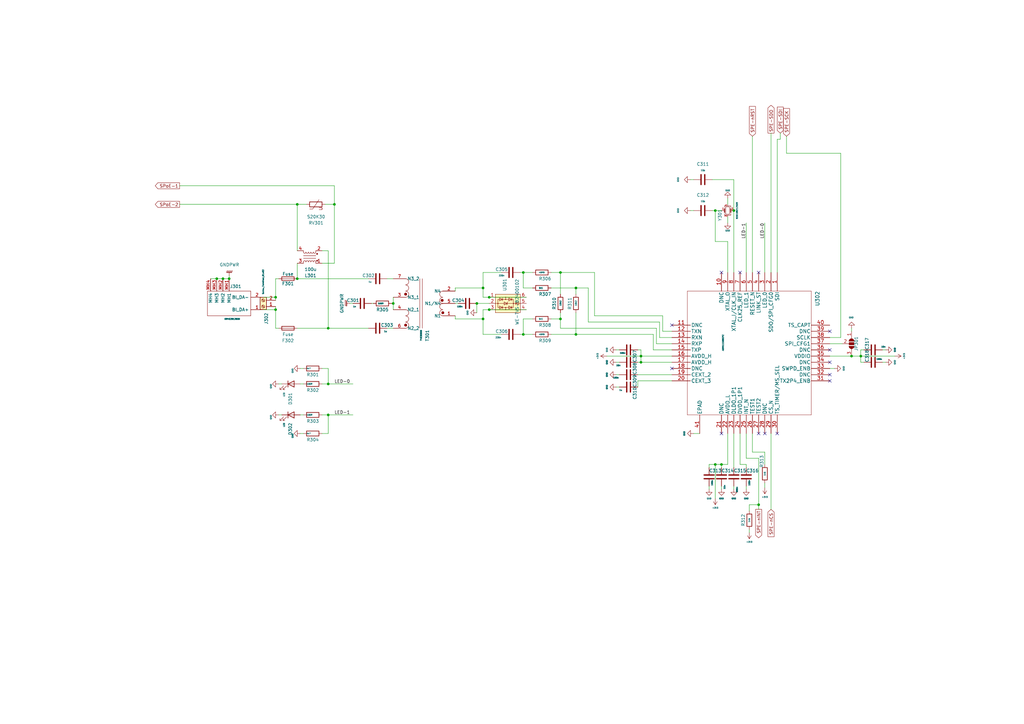
<source format=kicad_sch>
(kicad_sch (version 20230121) (generator eeschema)
  (paper "A3")
  (lib_symbols
    (symbol "Connector:Screw_Terminal_01x02" (pin_names (offset 1.016) hide)
      (property "Reference" "J" (at 0 2.54 0))
      (property "Value" "Screw_Terminal_01x02" (at 0 -5.08 0))
      (symbol "Screw_Terminal_01x02_1_1"
        (pin passive line (at -5.08 0 0) (length 3.81) (name "Pin_1") (number "1"))
        (pin passive line (at -5.08 -2.54 0) (length 3.81) (name "Pin_2") (number "2"))
      )
    )
    (symbol "Device:C" (pin_numbers hide) (pin_names (offset 0.254))
      (property "Reference" "C" (at 0.635 2.54 0))
      (property "Value" "C" (at 0.635 -2.54 0))
      (symbol "C_1_1"
        (pin passive line (at 0 3.81 270) (length 2.794) (name "~") (number "1"))
        (pin passive line (at 0 -3.81 90) (length 2.794) (name "~") (number "2"))
      )
    )
    (symbol "Device:Crystal_GND24_Small" (pin_names (offset 1.016) hide)
      (property "Reference" "Y" (at 1.27 4.445 0))
      (property "Value" "Crystal_GND24_Small" (at 1.27 2.54 0))
      (symbol "Crystal_GND24_Small_1_1"
        (pin passive line (at -2.54 0 0) (length 1.27) (name "1") (number "1"))
        (pin passive line (at 0 -2.54 90) (length 0.635) (name "2") (number "2"))
        (pin passive line (at 2.54 0 180) (length 1.27) (name "3") (number "3"))
        (pin passive line (at 0 2.54 270) (length 0.635) (name "4") (number "4"))
      )
    )
    (symbol "Device:Fuse" (pin_numbers hide) (pin_names (offset 0))
      (property "Reference" "F" (at 2.032 0 90))
      (property "Value" "Fuse" (at -1.905 0 90))
      (symbol "Fuse_1_1"
        (pin passive line (at 0 3.81 270) (length 1.27) (name "~") (number "1"))
        (pin passive line (at 0 -3.81 90) (length 1.27) (name "~") (number "2"))
      )
    )
    (symbol "Device:LED" (pin_numbers hide) (pin_names (offset 1.016) hide)
      (property "Reference" "D" (at 0 2.54 0))
      (property "Value" "LED" (at 0 -2.54 0))
      (symbol "LED_1_1"
        (pin passive line (at -3.81 0 0) (length 2.54) (name "K") (number "1"))
        (pin passive line (at 3.81 0 180) (length 2.54) (name "A") (number "2"))
      )
    )
    (symbol "Device:L_Iron_Coupled_1324" (pin_names (offset 0.254) hide)
      (property "Reference" "L" (at 0 4.445 0))
      (property "Value" "L_Iron_Coupled_1324" (at 0 -4.445 0))
      (symbol "L_Iron_Coupled_1324_1_1"
        (pin passive line (at -5.08 2.54 0) (length 2.54) (name "1") (number "1"))
        (pin passive line (at -5.08 -2.54 0) (length 2.54) (name "2") (number "2"))
        (pin passive line (at 5.08 2.54 180) (length 2.54) (name "3") (number "3"))
        (pin passive line (at 5.08 -2.54 180) (length 2.54) (name "4") (number "4"))
      )
    )
    (symbol "Device:R" (pin_numbers hide) (pin_names (offset 0))
      (property "Reference" "R" (at 2.032 0 90))
      (property "Value" "R" (at 0 0 90))
      (symbol "R_1_1"
        (pin passive line (at 0 3.81 270) (length 1.27) (name "~") (number "1"))
        (pin passive line (at 0 -3.81 90) (length 1.27) (name "~") (number "2"))
      )
    )
    (symbol "Device:Varistor" (pin_numbers hide) (pin_names (offset 0))
      (property "Reference" "RV" (at 3.175 0 90))
      (property "Value" "Varistor" (at -3.175 0 90))
      (symbol "Varistor_0_0"
        (text "U" (at -1.778 -2.032 0) (effects (font (size 1.27 1.27))))
      )
      (symbol "Varistor_1_1"
        (pin passive line (at 0 3.81 270) (length 1.27) (name "~") (number "1"))
        (pin passive line (at 0 -3.81 90) (length 1.27) (name "~") (number "2"))
      )
    )
    (symbol "Jumper:SolderJumper_3_Open" (pin_names (offset 0) hide)
      (property "Reference" "JP" (at -2.54 -2.54 0))
      (property "Value" "SolderJumper_3_Open" (at 0 2.794 0))
      (symbol "SolderJumper_3_Open_1_1"
        (pin passive line (at -5.08 0 0) (length 2.54) (name "A") (number "1"))
        (pin passive line (at 0 -3.81 90) (length 2.54) (name "C") (number "2"))
        (pin passive line (at 5.08 0 180) (length 2.54) (name "B") (number "3"))
      )
    )
    (symbol "Power_Protection:WE-TVS-82400102"
      (property "Reference" "U" (at 0 7.62 0))
      (property "Value" "WE-TVS-82400102" (at 0 5.08 0))
      (symbol "WE-TVS-82400102_1_1"
        (pin passive line (at -7.62 2.54 0) (length 2.54) (name "~") (number "1"))
        (pin passive line (at -7.62 0 0) (length 2.54) (name "~") (number "2"))
        (pin passive line (at -7.62 -2.54 0) (length 2.54) (name "~") (number "3"))
        (pin passive line (at 7.62 -2.54 180) (length 2.54) (name "~") (number "4"))
        (pin passive line (at 7.62 0 180) (length 2.54) (name "~") (number "5"))
        (pin passive line (at 7.62 2.54 180) (length 2.54) (name "~") (number "6"))
      )
    )
    (symbol "Project_Specific_AnalogDevices:ADIN1110BCPZ" (pin_names (offset 0.254))
      (property "Reference" "U" (at -24.13 26.67 0))
      (property "Value" "ADIN1110BCPZ" (at -1.27 3.81 0))
      (symbol "ADIN1110BCPZ_1_1"
        (pin unspecified line (at -33.02 11.43 0) (length 7.62) (name "SDI") (number "1"))
        (pin unspecified line (at -33.02 -11.43 0) (length 7.62) (name "DNC") (number "10"))
        (pin unspecified line (at -11.43 -31.75 90) (length 7.62) (name "DNC") (number "11"))
        (pin unspecified line (at -8.89 -31.75 90) (length 7.62) (name "TXN") (number "12"))
        (pin unspecified line (at -6.35 -31.75 90) (length 7.62) (name "RXN") (number "13"))
        (pin unspecified line (at -3.81 -31.75 90) (length 7.62) (name "RXP") (number "14"))
        (pin unspecified line (at -1.27 -31.75 90) (length 7.62) (name "TXP") (number "15"))
        (pin unspecified line (at 1.27 -31.75 90) (length 7.62) (name "AVDD_H") (number "16"))
        (pin unspecified line (at 3.81 -31.75 90) (length 7.62) (name "AVDD_H") (number "17"))
        (pin unspecified line (at 6.35 -31.75 90) (length 7.62) (name "DNC") (number "18"))
        (pin unspecified line (at 8.89 -31.75 90) (length 7.62) (name "CEXT_2") (number "19"))
        (pin unspecified line (at -33.02 8.89 0) (length 7.62) (name "SDO/SPI_CFG0") (number "2"))
        (pin unspecified line (at 11.43 -31.75 90) (length 7.62) (name "CEXT_3") (number "20"))
        (pin unspecified line (at 33.02 -11.43 180) (length 7.62) (name "DNC") (number "21"))
        (pin unspecified line (at 33.02 -8.89 180) (length 7.62) (name "AVDD_L") (number "22"))
        (pin unspecified line (at 33.02 -6.35 180) (length 7.62) (name "DLDO_1P1") (number "23"))
        (pin unspecified line (at 33.02 -3.81 180) (length 7.62) (name "DVDD_1P1") (number "24"))
        (pin unspecified line (at 33.02 -1.27 180) (length 7.62) (name "INT_N") (number "25"))
        (pin unspecified line (at 33.02 1.27 180) (length 7.62) (name "TEST1") (number "26"))
        (pin unspecified line (at 33.02 3.81 180) (length 7.62) (name "TEST2") (number "27"))
        (pin unspecified line (at 33.02 6.35 180) (length 7.62) (name "DNC") (number "28"))
        (pin unspecified line (at 33.02 8.89 180) (length 7.62) (name "CS_N") (number "29"))
        (pin unspecified line (at -33.02 6.35 0) (length 7.62) (name "LED_0") (number "3"))
        (pin unspecified line (at 33.02 11.43 180) (length 7.62) (name "TS_TIMER/MS_SEL") (number "30"))
        (pin unspecified line (at 11.43 33.02 270) (length 7.62) (name "TX2P4_ENB") (number "31"))
        (pin unspecified line (at 8.89 33.02 270) (length 7.62) (name "DNC") (number "32"))
        (pin unspecified line (at 6.35 33.02 270) (length 7.62) (name "SWPD_ENB") (number "33"))
        (pin unspecified line (at 3.81 33.02 270) (length 7.62) (name "DNC") (number "34"))
        (pin unspecified line (at 1.27 33.02 270) (length 7.62) (name "VDDIO") (number "35"))
        (pin unspecified line (at -1.27 33.02 270) (length 7.62) (name "DNC") (number "36"))
        (pin unspecified line (at -3.81 33.02 270) (length 7.62) (name "SPI_CFG1") (number "37"))
        (pin unspecified line (at -6.35 33.02 270) (length 7.62) (name "SCLK") (number "38"))
        (pin unspecified line (at -8.89 33.02 270) (length 7.62) (name "DNC") (number "39"))
        (pin unspecified line (at -33.02 3.81 0) (length 7.62) (name "LINK_ST") (number "4"))
        (pin unspecified line (at -11.43 33.02 270) (length 7.62) (name "TS_CAPT") (number "40"))
        (pin unspecified line (at 33.02 -20.32 180) (length 7.62) (name "EPAD") (number "41"))
        (pin unspecified line (at -33.02 1.27 0) (length 7.62) (name "RESET_N") (number "5"))
        (pin unspecified line (at -33.02 -1.27 0) (length 7.62) (name "LED_1") (number "6"))
        (pin unspecified line (at -33.02 -3.81 0) (length 7.62) (name "CLK25_REF") (number "7"))
        (pin unspecified line (at -33.02 -6.35 0) (length 7.62) (name "XTAL_I/CLK_IN") (number "8"))
        (pin unspecified line (at -33.02 -8.89 0) (length 7.62) (name "XTAL_O") (number "9"))
      )
    )
    (symbol "Project_Specific_Harting:09452812800" (pin_names (offset 0.762))
      (property "Reference" "J" (at -10.16 6.35 0))
      (property "Value" "09452812800" (at -6.35 1.27 0))
      (symbol "09452812800_0_0"
        (pin passive line (at -15.24 2.54 0) (length 5.08) (name "BI_DA+") (number "1"))
        (pin passive line (at -15.24 -2.54 0) (length 5.08) (name "BI_DA-") (number "2"))
        (pin passive line (at -1.27 -10.16 90) (length 5.08) (name "MH1") (number "MH1"))
        (pin passive line (at 1.27 -10.16 90) (length 5.08) (name "MH2") (number "MH2"))
        (pin passive line (at 3.81 -10.16 90) (length 5.08) (name "MH3") (number "MH3"))
        (pin passive line (at 6.35 -10.16 90) (length 5.08) (name "MH4") (number "MH4"))
      )
    )
    (symbol "Project_Specific_Wuerth:74930000" (pin_names (offset 0.762))
      (property "Reference" "T" (at -15.24 7.62 0))
      (property "Value" "74930000" (at -11.43 -7.62 0))
      (symbol "74930000_0_0"
        (pin passive line (at -13.97 5.08 0) (length 5.08) (name "N1") (number "1"))
        (pin passive line (at -13.97 -5.08 0) (length 5.08) (name "N4") (number "2"))
        (pin passive line (at 11.43 -2.54 180) (length 5.08) (name "N3_1") (number "3"))
        (pin passive line (at 11.43 2.54 180) (length 5.08) (name "N2_1") (number "4"))
        (pin passive line (at -13.97 0 0) (length 5.08) (name "N1/N4") (number "5"))
        (pin passive line (at 11.43 10.16 180) (length 5.08) (name "N2_2") (number "6"))
        (pin passive line (at 11.43 -10.16 180) (length 5.08) (name "N3_2") (number "7"))
      )
    )
    (symbol "power:+3V3" (power) (pin_names (offset 0))
      (property "Value" "+3V3" (at 0 3.556 0))
      (symbol "+3V3_1_1"
        (pin power_in line (at 0 0 90) (length 0) hide (name "+3V3") (number "1"))
      )
    )
    (symbol "power:GND" (power) (pin_names (offset 0))
      (property "Value" "GND" (at 0 -3.81 0))
      (symbol "GND_1_1"
        (pin power_in line (at 0 0 270) (length 0) hide (name "GND") (number "1"))
      )
    )
    (symbol "power:GNDPWR" (power) (pin_names (offset 0))
      (property "Value" "GNDPWR" (at 0 -3.302 0))
      (symbol "GNDPWR_1_1"
        (pin power_in line (at 0 0 270) (length 0) hide (name "GNDPWR") (number "1"))
      )
    )
  )
  (junction (at 198.12 118.11))
  (junction (at 121.92 83.82))
  (junction (at 214.63 137.16))
  (junction (at 349.25 146.05))
  (junction (at 214.63 111.76))
  (junction (at 113.03 127))
  (junction (at 113.03 121.92))
  (junction (at 200.66 127))
  (junction (at 295.91 190.5))
  (junction (at 91.44 114.3))
  (junction (at 137.16 83.82))
  (junction (at 93.98 114.3))
  (junction (at 161.29 124.46))
  (junction (at 88.9 114.3))
  (junction (at 293.37 190.5))
  (junction (at 353.06 146.05))
  (junction (at 195.58 124.46))
  (junction (at 134.62 134.62))
  (junction (at 236.22 118.11))
  (junction (at 293.37 86.36))
  (junction (at 262.89 146.05))
  (junction (at 134.62 157.48))
  (junction (at 121.92 114.3))
  (junction (at 198.12 130.81))
  (junction (at 262.89 148.59))
  (junction (at 300.99 86.36))
  (junction (at 229.87 111.76))
  (junction (at 134.62 170.18))
  (junction (at 200.66 121.92))
  (junction (at 236.22 137.16))
  (junction (at 311.15 207.01))
  (junction (at 229.87 130.81))
  (no_connect (at 303.53 111.76))
  (no_connect (at 275.59 133.35))
  (no_connect (at 313.69 177.8))
  (no_connect (at 340.36 148.59))
  (no_connect (at 318.77 177.8))
  (no_connect (at 340.36 143.51))
  (no_connect (at 311.15 177.8))
  (no_connect (at 340.36 135.89))
  (no_connect (at 275.59 151.13))
  (no_connect (at 340.36 156.21))
  (no_connect (at 311.15 111.76))
  (no_connect (at 295.91 177.8))
  (no_connect (at 340.36 153.67))
  (no_connect (at 295.91 111.76))
  (wire (pts (xy 114.3 134.62) (xy 113.03 134.62)))
  (wire (pts (xy 344.805 62.865) (xy 322.58 62.865)))
  (wire (pts (xy 236.22 137.16) (xy 226.06 137.16)))
  (wire (pts (xy 283.21 73.66) (xy 284.48 73.66)))
  (wire (pts (xy 200.66 127) (xy 215.9 127)))
  (wire (pts (xy 144.78 124.46) (xy 143.51 124.46)))
  (wire (pts (xy 311.15 207.01) (xy 311.15 208.915)))
  (wire (pts (xy 115.57 170.18) (xy 114.3 170.18)))
  (wire (pts (xy 236.22 128.27) (xy 236.22 137.16)))
  (wire (pts (xy 311.15 207.01) (xy 307.34 207.01)))
  (wire (pts (xy 134.62 151.13) (xy 134.62 157.48)))
  (wire (pts (xy 320.04 54.61) (xy 320.04 57.15)))
  (wire (pts (xy 214.63 130.81) (xy 214.63 137.16)))
  (wire (pts (xy 313.69 185.42) (xy 313.69 190.5)))
  (wire (pts (xy 287.02 177.8) (xy 284.48 177.8)))
  (wire (pts (xy 290.83 190.5) (xy 290.83 191.77)))
  (wire (pts (xy 298.45 190.5) (xy 295.91 190.5)))
  (wire (pts (xy 293.37 190.5) (xy 293.37 204.47)))
  (wire (pts (xy 349.25 146.05) (xy 340.36 146.05)))
  (wire (pts (xy 214.63 111.76) (xy 214.63 118.11)))
  (wire (pts (xy 113.03 127) (xy 107.95 127)))
  (wire (pts (xy 267.97 137.16) (xy 236.22 137.16)))
  (wire (pts (xy 195.58 124.46) (xy 200.66 124.46)))
  (wire (pts (xy 298.45 111.76) (xy 298.45 99.06)))
  (wire (pts (xy 218.44 130.81) (xy 214.63 130.81)))
  (wire (pts (xy 243.84 111.76) (xy 243.84 129.54)))
  (wire (pts (xy 308.61 55.88) (xy 308.61 111.76)))
  (wire (pts (xy 300.99 73.66) (xy 292.1 73.66)))
  (wire (pts (xy 186.69 129.54) (xy 186.69 130.81)))
  (wire (pts (xy 313.69 198.12) (xy 313.69 200.025)))
  (wire (pts (xy 198.12 130.81) (xy 198.12 127)))
  (wire (pts (xy 187.96 124.46) (xy 186.69 124.46)))
  (wire (pts (xy 303.53 177.8) (xy 303.53 190.5)))
  (wire (pts (xy 293.37 190.5) (xy 290.83 190.5)))
  (wire (pts (xy 353.06 146.05) (xy 353.06 143.51)))
  (wire (pts (xy 200.66 121.92) (xy 215.9 121.92)))
  (wire (pts (xy 306.07 91.44) (xy 306.07 111.76)))
  (wire (pts (xy 340.36 138.43) (xy 344.805 138.43)))
  (wire (pts (xy 161.29 124.46) (xy 160.655 124.46)))
  (wire (pts (xy 275.59 148.59) (xy 262.89 148.59)))
  (wire (pts (xy 293.37 190.5) (xy 295.91 190.5)))
  (wire (pts (xy 353.06 146.05) (xy 349.25 146.05)))
  (wire (pts (xy 284.48 86.36) (xy 283.21 86.36)))
  (wire (pts (xy 137.16 83.82) (xy 133.35 83.82)))
  (wire (pts (xy 275.59 143.51) (xy 267.97 143.51)))
  (wire (pts (xy 214.63 137.16) (xy 218.44 137.16)))
  (wire (pts (xy 236.22 118.11) (xy 236.22 120.65)))
  (wire (pts (xy 293.37 86.36) (xy 293.37 99.06)))
  (wire (pts (xy 311.15 187.96) (xy 311.15 207.01)))
  (wire (pts (xy 229.87 111.76) (xy 226.06 111.76)))
  (wire (pts (xy 243.84 111.76) (xy 229.87 111.76)))
  (wire (pts (xy 229.87 128.27) (xy 229.87 130.81)))
  (wire (pts (xy 241.3 118.11) (xy 241.3 132.08)))
  (wire (pts (xy 262.89 146.05) (xy 262.89 143.51)))
  (wire (pts (xy 270.51 138.43) (xy 270.51 132.08)))
  (wire (pts (xy 345.44 140.97) (xy 340.36 140.97)))
  (wire (pts (xy 115.57 157.48) (xy 114.3 157.48)))
  (wire (pts (xy 114.3 114.3) (xy 113.03 114.3)))
  (wire (pts (xy 113.03 123.19) (xy 113.03 121.92)))
  (wire (pts (xy 134.62 134.62) (xy 134.62 102.87)))
  (wire (pts (xy 134.62 157.48) (xy 132.08 157.48)))
  (wire (pts (xy 262.89 148.59) (xy 261.62 148.59)))
  (wire (pts (xy 124.46 157.48) (xy 123.19 157.48)))
  (wire (pts (xy 295.91 199.39) (xy 295.91 200.66)))
  (wire (pts (xy 229.87 111.76) (xy 229.87 120.65)))
  (wire (pts (xy 307.34 217.17) (xy 307.34 218.44)))
  (wire (pts (xy 144.78 157.48) (xy 134.62 157.48)))
  (wire (pts (xy 198.12 130.81) (xy 186.69 130.81)))
  (wire (pts (xy 214.63 137.16) (xy 213.36 137.16)))
  (wire (pts (xy 198.12 118.11) (xy 186.69 118.11)))
  (wire (pts (xy 88.9 114.3) (xy 86.36 114.3)))
  (wire (pts (xy 134.62 102.87) (xy 132.08 102.87)))
  (wire (pts (xy 134.62 177.8) (xy 134.62 170.18)))
  (wire (pts (xy 275.59 138.43) (xy 270.51 138.43)))
  (wire (pts (xy 161.29 121.92) (xy 161.29 124.46)))
  (wire (pts (xy 353.06 148.59) (xy 354.33 148.59)))
  (wire (pts (xy 195.58 124.46) (xy 195.58 128.27)))
  (wire (pts (xy 306.07 199.39) (xy 306.07 200.66)))
  (wire (pts (xy 121.92 102.87) (xy 121.92 83.82)))
  (wire (pts (xy 198.12 111.76) (xy 205.74 111.76)))
  (wire (pts (xy 275.59 156.21) (xy 261.62 156.21)))
  (wire (pts (xy 198.12 130.81) (xy 198.12 137.16)))
  (wire (pts (xy 262.89 146.05) (xy 262.89 148.59)))
  (wire (pts (xy 243.84 129.54) (xy 271.78 129.54)))
  (wire (pts (xy 353.06 143.51) (xy 354.33 143.51)))
  (wire (pts (xy 214.63 111.76) (xy 213.36 111.76)))
  (wire (pts (xy 132.08 151.13) (xy 134.62 151.13)))
  (wire (pts (xy 229.87 130.81) (xy 229.87 134.62)))
  (wire (pts (xy 353.06 146.05) (xy 367.03 146.05)))
  (wire (pts (xy 267.97 143.51) (xy 267.97 137.16)))
  (wire (pts (xy 137.16 76.2) (xy 73.66 76.2)))
  (wire (pts (xy 298.45 88.9) (xy 298.45 91.44)))
  (wire (pts (xy 269.24 134.62) (xy 269.24 140.97)))
  (wire (pts (xy 322.58 55.88) (xy 322.58 62.865)))
  (wire (pts (xy 254 148.59) (xy 252.73 148.59)))
  (wire (pts (xy 307.34 209.55) (xy 307.34 207.01)))
  (wire (pts (xy 161.29 134.62) (xy 158.75 134.62)))
  (wire (pts (xy 93.98 114.3) (xy 91.44 114.3)))
  (wire (pts (xy 121.92 83.82) (xy 73.66 83.82)))
  (wire (pts (xy 313.69 91.44) (xy 313.69 111.76)))
  (wire (pts (xy 125.73 83.82) (xy 121.92 83.82)))
  (wire (pts (xy 349.25 134.62) (xy 349.25 135.89)))
  (wire (pts (xy 161.29 114.3) (xy 158.75 114.3)))
  (wire (pts (xy 298.45 99.06) (xy 293.37 99.06)))
  (wire (pts (xy 275.59 153.67) (xy 261.62 153.67)))
  (wire (pts (xy 151.13 134.62) (xy 134.62 134.62)))
  (wire (pts (xy 306.07 177.8) (xy 306.07 187.96)))
  (wire (pts (xy 262.89 146.05) (xy 248.92 146.05)))
  (wire (pts (xy 161.29 124.46) (xy 161.29 127)))
  (wire (pts (xy 218.44 111.76) (xy 214.63 111.76)))
  (wire (pts (xy 300.99 86.36) (xy 300.99 111.76)))
  (wire (pts (xy 113.03 121.92) (xy 107.95 121.92)))
  (wire (pts (xy 113.03 127) (xy 113.03 134.62)))
  (wire (pts (xy 113.03 125.73) (xy 113.03 127)))
  (wire (pts (xy 124.46 151.13) (xy 123.19 151.13)))
  (wire (pts (xy 229.87 130.81) (xy 226.06 130.81)))
  (wire (pts (xy 308.61 177.8) (xy 308.61 185.42)))
  (wire (pts (xy 298.45 177.8) (xy 298.45 190.5)))
  (wire (pts (xy 318.77 57.15) (xy 318.77 111.76)))
  (wire (pts (xy 254 153.67) (xy 252.73 153.67)))
  (wire (pts (xy 275.59 140.97) (xy 269.24 140.97)))
  (wire (pts (xy 198.12 118.11) (xy 198.12 111.76)))
  (wire (pts (xy 124.46 177.8) (xy 123.19 177.8)))
  (wire (pts (xy 271.78 129.54) (xy 271.78 135.89)))
  (wire (pts (xy 300.99 73.66) (xy 300.99 86.36)))
  (wire (pts (xy 153.035 124.46) (xy 152.4 124.46)))
  (wire (pts (xy 151.13 114.3) (xy 121.92 114.3)))
  (wire (pts (xy 91.44 114.3) (xy 88.9 114.3)))
  (wire (pts (xy 137.16 107.95) (xy 137.16 83.82)))
  (wire (pts (xy 229.87 134.62) (xy 269.24 134.62)))
  (wire (pts (xy 318.77 57.15) (xy 320.04 57.15)))
  (wire (pts (xy 300.99 177.8) (xy 300.99 191.77)))
  (wire (pts (xy 275.59 146.05) (xy 262.89 146.05)))
  (wire (pts (xy 132.08 177.8) (xy 134.62 177.8)))
  (wire (pts (xy 261.62 156.21) (xy 261.62 158.75)))
  (wire (pts (xy 93.98 113.03) (xy 93.98 114.3)))
  (wire (pts (xy 270.51 132.08) (xy 241.3 132.08)))
  (wire (pts (xy 306.07 190.5) (xy 306.07 191.77)))
  (wire (pts (xy 316.23 177.8) (xy 316.23 208.915)))
  (wire (pts (xy 295.91 86.36) (xy 293.37 86.36)))
  (wire (pts (xy 292.1 86.36) (xy 293.37 86.36)))
  (wire (pts (xy 134.62 170.18) (xy 132.08 170.18)))
  (wire (pts (xy 137.16 83.82) (xy 137.16 76.2)))
  (wire (pts (xy 295.91 190.5) (xy 295.91 191.77)))
  (wire (pts (xy 254 143.51) (xy 252.73 143.51)))
  (wire (pts (xy 344.805 138.43) (xy 344.805 62.865)))
  (wire (pts (xy 361.95 143.51) (xy 363.22 143.51)))
  (wire (pts (xy 306.07 187.96) (xy 311.15 187.96)))
  (wire (pts (xy 113.03 121.92) (xy 113.03 114.3)))
  (wire (pts (xy 342.265 151.13) (xy 340.36 151.13)))
  (wire (pts (xy 186.69 119.38) (xy 186.69 118.11)))
  (wire (pts (xy 198.12 137.16) (xy 205.74 137.16)))
  (wire (pts (xy 218.44 118.11) (xy 214.63 118.11)))
  (wire (pts (xy 226.06 118.11) (xy 236.22 118.11)))
  (wire (pts (xy 124.46 170.18) (xy 123.19 170.18)))
  (wire (pts (xy 198.12 127) (xy 200.66 127)))
  (wire (pts (xy 353.06 146.05) (xy 353.06 148.59)))
  (wire (pts (xy 132.08 107.95) (xy 137.16 107.95)))
  (wire (pts (xy 306.07 190.5) (xy 303.53 190.5)))
  (wire (pts (xy 290.83 199.39) (xy 290.83 200.66)))
  (wire (pts (xy 236.22 118.11) (xy 241.3 118.11)))
  (wire (pts (xy 313.69 185.42) (xy 308.61 185.42)))
  (wire (pts (xy 275.59 135.89) (xy 271.78 135.89)))
  (wire (pts (xy 198.12 121.92) (xy 200.66 121.92)))
  (wire (pts (xy 144.78 170.18) (xy 134.62 170.18)))
  (wire (pts (xy 316.23 111.76) (xy 316.23 54.61)))
  (wire (pts (xy 121.92 114.3) (xy 121.92 107.95)))
  (wire (pts (xy 262.89 143.51) (xy 261.62 143.51)))
  (wire (pts (xy 300.99 199.39) (xy 300.99 200.66)))
  (wire (pts (xy 361.95 148.59) (xy 363.22 148.59)))
  (wire (pts (xy 134.62 134.62) (xy 121.92 134.62)))
  (wire (pts (xy 198.12 118.11) (xy 198.12 121.92)))
  (wire (pts (xy 254 158.75) (xy 252.73 158.75)))
  (wire (pts (xy 298.45 83.82) (xy 298.45 81.28)))
  (label "LED-1" (at 306.07 91.44 270))
  (label "LED-0" (at 137.16 157.48 0))
  (label "LED-0" (at 313.69 91.44 270))
  (label "LED-1" (at 137.16 170.18 0))
  (global_label "SPoE-2" (shape output) (at 73.66 83.82 180) (property "Intersheetrefs" "${INTERSHEET_REFS}" (at 63.1948 83.82 0) (effects (justify right))))
  (global_label "SPE-SDI" (shape input) (at 320.04 54.61 90) (property "Intersheetrefs" "${INTERSHEET_REFS}" (at 320.04 43.419 90) (effects (justify left))) (property "Odnośniki między arkuszami" "${INTERSHEET_REFS}" (effects hide)))
  (global_label "SPoE-1" (shape output) (at 73.66 76.2 180) (property "Intersheetrefs" "${INTERSHEET_REFS}" (at 63.1948 76.2 0) (effects (justify right))))
  (global_label "SPE-nCS" (shape input) (at 316.23 208.915 270) (property "Intersheetrefs" "${INTERSHEET_REFS}" (at 316.23 220.6502 90) (effects (justify right))) (property "Odnośniki między arkuszami" "${INTERSHEET_REFS}" (effects hide)))
  (global_label "SPE-SCK" (shape input) (at 322.58 55.88 90) (property "Intersheetrefs" "${INTERSHEET_REFS}" (at 322.58 44.0238 90) (effects (justify left))) (property "Odnośniki między arkuszami" "${INTERSHEET_REFS}" (effects hide)))
  (global_label "SPE-nRST" (shape input) (at 308.61 55.88 90) (property "Intersheetrefs" "${INTERSHEET_REFS}" (at 308.61 43.1772 90) (effects (justify left))) (property "Odnośniki między arkuszami" "${INTERSHEET_REFS}" (effects hide)))
  (global_label "SPE-nINT" (shape output) (at 311.15 208.915 270) (property "Intersheetrefs" "${INTERSHEET_REFS}" (at 311.15 221.0736 90) (effects (justify right))) (property "Odnośniki między arkuszami" "${INTERSHEET_REFS}" (effects hide)))
  (global_label "SPE-SDO" (shape output) (at 316.23 54.61 90) (property "Intersheetrefs" "${INTERSHEET_REFS}" (at 316.23 42.6933 90) (effects (justify left))) (property "Odnośniki między arkuszami" "${INTERSHEET_REFS}" (effects hide)))
  (symbol (lib_id "Device:C") (at 209.55 137.16 90) (unit 1)
    (property "Reference" "C306" (at 203.2 135.89 90) (effects (justify right)))
    (property "Value" "220n" (at 203.2 138.43 90) (effects (font (size 0.6 0.6)) (justify right)))
    (property "Footprint" "Capacitor_SMD:C_0603_1608Metric" (effects hide))
    (instances (project "SinglePair-Eth-Gateway" (path "" (reference "C306") (unit 1))) (project "gateway-LoRa-T1L" (path "" (reference "C308") (unit 1))))
  )
  (symbol (lib_id "Device:C") (at 154.94 134.62 90) (mirror x) (unit 1)
    (property "Reference" "C303" (at 158.75 133.35 90))
    (property "Value" "1u" (at 158.115 135.89 90) (effects (font (size 0.6 0.6))))
    (property "Footprint" "Capacitor_SMD:C_0603_1608Metric" (effects hide))
    (instances (project "SinglePair-Eth-Gateway" (path "" (reference "C303") (unit 1))) (project "gateway-LoRa-T1L" (path "" (reference "C307") (unit 1))))
  )
  (symbol (lib_id "Device:R") (at 128.27 151.13 270) (unit 1)
    (property "Reference" "R301" (at 125.73 153.67 90) (effects (justify left)))
    (property "Value" "4k7" (at 125.73 151.13 90) (effects (font (size 0.6 0.6)) (justify left)))
    (property "Footprint" "Resistor_SMD:R_0603_1608Metric" (effects hide))
    (instances (project "SinglePair-Eth-Gateway" (path "" (reference "R301") (unit 1))) (project "gateway-LoRa-T1L" (path "" (reference "R308") (unit 1))))
  )
  (symbol (lib_id "power:+3V3") (at 248.92 146.05 90) (unit 1)
    (property "Reference" "#PWR0308" (effects hide))
    (property "Value" "+3V3" (at 245.11 146.05 0) (effects (font (size 0.6 0.6))))
    (instances (project "SinglePair-Eth-Gateway" (path "" (reference "#PWR0308") (unit 1))) (project "gateway-LoRa-T1L" (path "" (reference "#PWR0313") (unit 1))))
  )
  (symbol (lib_id "Device:R") (at 222.25 130.81 270) (unit 1)
    (property "Reference" "R308" (at 220.98 133.35 90) (effects (justify left)))
    (property "Value" "5k1" (at 220.98 130.81 90) (effects (font (size 0.6 0.6)) (justify left)))
    (property "Footprint" "Resistor_SMD:R_0603_1608Metric" (effects hide))
    (instances (project "SinglePair-Eth-Gateway" (path "" (reference "R308") (unit 1))) (project "gateway-LoRa-T1L" (path "" (reference "R306") (unit 1))))
  )
  (symbol (lib_id "power:+3V3") (at 313.69 200.025 180) (unit 1)
    (property "Reference" "#PWR0324" (effects hide))
    (property "Value" "+3V3" (at 313.69 203.835 0) (effects (font (size 0.6 0.6))))
  )
  (symbol (lib_id "Connector:Screw_Terminal_01x02") (at 107.95 125.73 180) (unit 1)
    (property "Reference" "J302" (at 109.2201 128.27 90) (effects (justify left)))
    (property "Value" "Screw_Terminal_01x02" (at 107.95 110.49 90) (effects (font (size 0.6 0.6)) (justify left)))
    (property "Footprint" "Project_Speific_Connectors:TerminalBlock_Altech_AK300-2_P5.00mm" (effects hide))
    (instances (project "SinglePair-Eth-Gateway" (path "" (reference "J302") (unit 1))) (project "Ethernet" (path "" (reference "J302") (unit 1))) (project "gateway-LoRa-T1L" (path "" (reference "J302") (unit 1))) (project "Hemispherical-3D-Camera" (path "" (reference "J301") (unit 1))))
  )
  (symbol (lib_id "Device:C") (at 300.99 195.58 0) (unit 1)
    (property "Reference" "C315" (at 300.99 193.04 0) (effects (justify left)))
    (property "Value" "680n" (at 302.26 201.93 90) (effects (font (size 0.6 0.6)) (justify left)))
    (property "Footprint" "Capacitor_SMD:C_0603_1608Metric" (effects hide))
    (instances (project "SinglePair-Eth-Gateway" (path "" (reference "C315") (unit 1))) (project "gateway-LoRa-T1L" (path "" (reference "C316") (unit 1))))
  )
  (symbol (lib_id "Device:R") (at 307.34 213.36 0) (unit 1)
    (property "Reference" "R312" (at 304.8 213.36 90))
    (property "Value" "1k5" (at 307.34 213.36 90) (effects (font (size 0.6 0.6))))
    (property "Footprint" "Resistor_SMD:R_0603_1608Metric" (effects hide))
    (instances (project "SinglePair-Eth-Gateway" (path "" (reference "R312") (unit 1))) (project "gateway-LoRa-T1L" (path "" (reference "R313") (unit 1))))
  )
  (symbol (lib_id "power:GND") (at 195.58 128.27 270) (unit 1)
    (property "Reference" "#PWR0307" (effects hide))
    (property "Value" "GND" (at 191.77 128.27 0) (effects (font (size 0.6 0.6))))
    (instances (project "SinglePair-Eth-Gateway" (path "" (reference "#PWR0307") (unit 1))) (project "gateway-LoRa-T1L" (path "" (reference "#PWR0308") (unit 1))))
  )
  (symbol (lib_id "power:GNDPWR") (at 143.51 124.46 270) (unit 1)
    (property "Reference" "#PWR0306" (effects hide))
    (property "Value" "GNDPWR" (at 140.208 124.46 0))
  )
  (symbol (lib_id "power:GND") (at 283.21 73.66 270) (unit 1)
    (property "Reference" "#PWR0313" (effects hide))
    (property "Value" "GND" (at 278.13 73.66 0) (effects (font (size 0.6 0.6))))
    (instances (project "SinglePair-Eth-Gateway" (path "" (reference "#PWR0313") (unit 1))) (project "gateway-LoRa-T1L" (path "" (reference "#PWR0301") (unit 1))))
  )
  (symbol (lib_id "Project_Specific_Wuerth:74930000") (at 172.72 124.46 180) (unit 1)
    (property "Reference" "T301" (at 175.2601 135.255 90) (effects (justify left)))
    (property "Value" "74930000" (at 172.7201 135.255 90) (effects (font (size 0.6 0.6)) (justify left)))
    (property "Footprint" "Project_Specific_Wuerth:74930000" (effects hide))
    (property "Datasheet" "https://componentsearchengine.com/Datasheets/1/74930000.pdf" (effects hide))
    (property "Description" "WE-STST Super Tiny Signal Transformer 10/100/1000 Base-T" (effects hide))
    (property "Height" "2.9" (effects hide))
    (property "Manufacturer_Name" "Wurth Elektronik" (effects hide))
    (property "Manufacturer_Part_Number" "74930000" (effects hide))
    (property "Mouser Part Number" "710-74930000" (effects hide))
    (property "Mouser Price/Stock" "https://www.mouser.co.uk/ProductDetail/Wurth-Elektronik/74930000" (effects hide))
  )
  (symbol (lib_id "Device:LED") (at 119.38 170.18 0) (unit 1)
    (property "Reference" "D302" (at 119.0626 173.3804 90) (effects (justify right)))
    (property "Value" "LED" (at 116.5226 173.3804 90) (effects (font (size 0.6 0.6)) (justify right)))
    (property "Footprint" "LED_SMD:LED_0603_1608Metric" (effects hide))
    (instances (project "SinglePair-Eth-Gateway" (path "" (reference "D302") (unit 1))) (project "gateway-LoRa-T1L" (path "" (reference "D303") (unit 1))))
  )
  (symbol (lib_id "power:+3V3") (at 367.03 146.05 270) (unit 1)
    (property "Reference" "#PWR0329" (effects hide))
    (property "Value" "+3V3" (at 370.84 146.05 0) (effects (font (size 0.6 0.6))))
    (instances (project "SinglePair-Eth-Gateway" (path "" (reference "#PWR0329") (unit 1))) (project "gateway-LoRa-T1L" (path "" (reference "#PWR0312") (unit 1))))
  )
  (symbol (lib_id "power:GND") (at 123.19 151.13 270) (unit 1)
    (property "Reference" "#PWR0304" (effects hide))
    (property "Value" "GND" (at 120.015 153.035 0) (effects (font (size 0.6 0.6)) (justify right)))
    (instances (project "SinglePair-Eth-Gateway" (path "" (reference "#PWR0304") (unit 1))) (project "gateway-LoRa-T1L" (path "" (reference "#PWR0317") (unit 1))))
  )
  (symbol (lib_id "power:GND") (at 252.73 158.75 270) (unit 1)
    (property "Reference" "#PWR0312" (effects hide))
    (property "Value" "GND" (at 248.92 158.75 0) (effects (font (size 0.6 0.6))))
    (instances (project "SinglePair-Eth-Gateway" (path "" (reference "#PWR0312") (unit 1))) (project "gateway-LoRa-T1L" (path "" (reference "#PWR0320") (unit 1))))
  )
  (symbol (lib_id "power:GND") (at 363.22 143.51 90) (unit 1)
    (property "Reference" "#PWR0327" (effects hide))
    (property "Value" "GND" (at 367.03 143.51 0) (effects (font (size 0.6 0.6))))
    (instances (project "SinglePair-Eth-Gateway" (path "" (reference "#PWR0327") (unit 1))) (project "gateway-LoRa-T1L" (path "" (reference "#PWR0310") (unit 1))))
  )
  (symbol (lib_id "Device:R") (at 222.25 118.11 270) (unit 1)
    (property "Reference" "R307" (at 220.98 120.65 90) (effects (justify left)))
    (property "Value" "5k1" (at 220.98 118.11 90) (effects (font (size 0.6 0.6)) (justify left)))
    (property "Footprint" "Resistor_SMD:R_0603_1608Metric" (effects hide))
    (instances (project "SinglePair-Eth-Gateway" (path "" (reference "R307") (unit 1))) (project "gateway-LoRa-T1L" (path "" (reference "R302") (unit 1))))
  )
  (symbol (lib_id "Project_Specific_Harting:09452812800") (at 92.71 124.46 180) (unit 1)
    (property "Reference" "J301" (at 99.06 117.475 0) (effects (justify left)))
    (property "Value" "09452812800" (at 98.425 130.81 0) (effects (font (size 0.6 0.6)) (justify left)))
    (property "Footprint" "Project_Specific_Harting:09452812800" (effects hide))
    (property "Datasheet" "https://datasheet.datasheetarchive.com/originals/distributors/Datasheets_SAMA/ce283af299b8188d7136a185b8906223.pdf" (effects hide))
    (property "Description" "Modular Connectors / Ethernet Connectors T1 Industrial angle jack AH IP20" (effects hide))
    (property "Height" "6.2" (effects hide))
    (property "Manufacturer_Name" "HARTING" (effects hide))
    (property "Manufacturer_Part_Number" "09452812800" (effects hide))
    (property "Mouser Part Number" "617-09452812800" (effects hide))
    (property "Mouser Price/Stock" "https://www.mouser.co.uk/ProductDetail/HARTING/09452812800" (effects hide))
    (property "Arrow Part Number" "09452812800" (effects hide))
    (property "Arrow Price/Stock" "https://www.arrow.com/en/products/09452812800/harting" (effects hide))
    (instances (project "SinglePair-Eth-Gateway" (path "" (reference "J301") (unit 1))) (project "Ethernet" (path "" (reference "J301") (unit 1))) (project "gateway-LoRa-T1L" (path "" (reference "J301") (unit 1))) (project "Hemispherical-3D-Camera" (path "" (reference "J302") (unit 1))))
  )
  (symbol (lib_id "power:GND") (at 252.73 153.67 270) (unit 1)
    (property "Reference" "#PWR0311" (effects hide))
    (property "Value" "GND" (at 248.92 153.67 0) (effects (font (size 0.6 0.6))))
    (instances (project "SinglePair-Eth-Gateway" (path "" (reference "#PWR0311") (unit 1))) (project "gateway-LoRa-T1L" (path "" (reference "#PWR0318") (unit 1))))
  )
  (symbol (lib_id "power:GND") (at 290.83 200.66 0) (unit 1)
    (property "Reference" "#PWR0316" (effects hide))
    (property "Value" "GND" (at 290.83 204.47 0) (effects (font (size 0.6 0.6))))
    (instances (project "SinglePair-Eth-Gateway" (path "" (reference "#PWR0316") (unit 1))) (project "gateway-LoRa-T1L" (path "" (reference "#PWR0328") (unit 1))))
  )
  (symbol (lib_id "Device:R") (at 313.69 194.31 0) (unit 1)
    (property "Reference" "R313" (at 312.42 189.23 90))
    (property "Value" "1k5" (at 313.69 194.31 90) (effects (font (size 0.6 0.6))))
    (property "Footprint" "Resistor_SMD:R_0603_1608Metric" (effects hide))
    (instances (project "SinglePair-Eth-Gateway" (path "" (reference "R313") (unit 1))) (project "gateway-LoRa-T1L" (path "" (reference "R312") (unit 1))))
  )
  (symbol (lib_id "power:GND") (at 114.3 157.48 270) (unit 1)
    (property "Reference" "#PWR0302" (effects hide))
    (property "Value" "GND" (at 111.125 159.385 0) (effects (font (size 0.6 0.6)) (justify right)))
    (instances (project "SinglePair-Eth-Gateway" (path "" (reference "#PWR0302") (unit 1))) (project "gateway-LoRa-T1L" (path "" (reference "#PWR0319") (unit 1))))
  )
  (symbol (lib_id "power:GND") (at 300.99 200.66 0) (unit 1)
    (property "Reference" "#PWR0321" (effects hide))
    (property "Value" "GND" (at 300.99 204.47 0) (effects (font (size 0.6 0.6))))
    (instances (project "SinglePair-Eth-Gateway" (path "" (reference "#PWR0321") (unit 1))) (project "gateway-LoRa-T1L" (path "" (reference "#PWR0326") (unit 1))))
  )
  (symbol (lib_id "Device:C") (at 306.07 195.58 0) (unit 1)
    (property "Reference" "C316" (at 306.07 193.04 0) (effects (justify left)))
    (property "Value" "100n" (at 307.34 196.85 90) (effects (font (size 0.6 0.6)) (justify right)))
    (property "Footprint" "Capacitor_SMD:C_0603_1608Metric" (effects hide))
    (instances (project "SinglePair-Eth-Gateway" (path "" (reference "C316") (unit 1))) (project "gateway-LoRa-T1L" (path "" (reference "C315") (unit 1))))
  )
  (symbol (lib_id "Device:C") (at 358.14 143.51 90) (unit 1)
    (property "Reference" "C317" (at 355.6 143.51 0) (effects (justify left)))
    (property "Value" "10n" (at 363.22 142.24 90) (effects (font (size 0.6 0.6)) (justify left)))
    (property "Footprint" "Capacitor_SMD:C_0603_1608Metric" (effects hide))
    (instances (project "SinglePair-Eth-Gateway" (path "" (reference "C317") (unit 1))) (project "gateway-LoRa-T1L" (path "" (reference "C309") (unit 1))))
  )
  (symbol (lib_id "power:GND") (at 306.07 200.66 0) (unit 1)
    (property "Reference" "#PWR0322" (effects hide))
    (property "Value" "GND" (at 306.07 204.47 0) (effects (font (size 0.6 0.6))))
    (instances (project "SinglePair-Eth-Gateway" (path "" (reference "#PWR0322") (unit 1))) (project "gateway-LoRa-T1L" (path "" (reference "#PWR0325") (unit 1))))
  )
  (symbol (lib_id "Device:C") (at 290.83 195.58 0) (unit 1)
    (property "Reference" "C313" (at 290.83 193.04 0) (effects (justify left)))
    (property "Value" "100n" (at 292.1 196.85 90) (effects (font (size 0.6 0.6)) (justify right)))
    (property "Footprint" "Capacitor_SMD:C_0603_1608Metric" (effects hide))
    (instances (project "SinglePair-Eth-Gateway" (path "" (reference "C313") (unit 1))) (project "gateway-LoRa-T1L" (path "" (reference "C318") (unit 1))))
  )
  (symbol (lib_id "Device:C") (at 209.55 111.76 270) (unit 1)
    (property "Reference" "C305" (at 205.74 110.49 90))
    (property "Value" "220n" (at 205.74 113.03 90) (effects (font (size 0.6 0.6))))
    (property "Footprint" "Capacitor_SMD:C_0603_1608Metric" (effects hide))
    (instances (project "SinglePair-Eth-Gateway" (path "" (reference "C305") (unit 1))) (project "gateway-LoRa-T1L" (path "" (reference "C303") (unit 1))))
  )
  (symbol (lib_id "Device:Fuse") (at 118.11 114.3 270) (unit 1)
    (property "Reference" "F301" (at 118.11 116.332 90))
    (property "Value" "Fuse" (at 118.11 112.395 90))
    (property "Footprint" "Fuse:Fuseholder_Cylinder-5x20mm_Schurter_0031_8201_Horizontal_Open" (effects hide))
    (instances (project "SinglePair-Eth-Gateway" (path "" (reference "F301") (unit 1))) (project "Hemispherical-3D-Camera" (path "" (reference "F302") (unit 1))))
  )
  (symbol (lib_id "power:GND") (at 342.265 151.13 90) (unit 1)
    (property "Reference" "#PWR0325" (effects hide))
    (property "Value" "GND" (at 346.075 151.13 0) (effects (font (size 0.6 0.6))))
    (instances (project "SinglePair-Eth-Gateway" (path "" (reference "#PWR0325") (unit 1))) (project "gateway-LoRa-T1L" (path "" (reference "#PWR0316") (unit 1))))
  )
  (symbol (lib_id "power:+3V3") (at 293.37 204.47 180) (unit 1)
    (property "Reference" "#PWR0317" (effects hide))
    (property "Value" "+3V3" (at 293.37 208.28 0) (effects (font (size 0.6 0.6))))
    (instances (project "SinglePair-Eth-Gateway" (path "" (reference "#PWR0317") (unit 1))) (project "gateway-LoRa-T1L" (path "" (reference "#PWR0329") (unit 1))))
  )
  (symbol (lib_id "power:GND") (at 284.48 177.8 270) (unit 1)
    (property "Reference" "#PWR0315" (effects hide))
    (property "Value" "GND" (at 280.67 177.8 0) (effects (font (size 0.6 0.6))))
    (instances (project "SinglePair-Eth-Gateway" (path "" (reference "#PWR0315") (unit 1))) (project "gateway-LoRa-T1L" (path "" (reference "#PWR0322") (unit 1))))
  )
  (symbol (lib_id "Project_Specific_AnalogDevices:ADIN1110BCPZ") (at 307.34 144.78 270) (unit 1)
    (property "Reference" "U302" (at 335.28 119.38 0) (effects (font (size 1.524 1.524)) (justify left)))
    (property "Value" "ADIN1110BCPZ" (at 296.545 137.16 0) (effects (font (size 0.6 0.6)) (justify left)))
    (property "Footprint" "Project_Specific_AnalogDevices:ADIN1110" (effects hide))
    (instances (project "SinglePair-Eth-Gateway" (path "" (reference "U302") (unit 1))) (project "gateway-LoRa-T1L" (path "" (reference "U301") (unit 1))))
  )
  (symbol (lib_id "power:GNDPWR") (at 93.98 113.03 180) (unit 1)
    (property "Reference" "#PWR0301" (effects hide))
    (property "Value" "GNDPWR" (at 94.107 108.585 0))
  )
  (symbol (lib_id "Power_Protection:WE-TVS-82400102") (at 208.28 124.46 0) (unit 1)
    (property "Reference" "U301" (at 207.0099 119.38 90) (effects (justify left)))
    (property "Value" "WE-TVS-82400102" (at 212.09 133.35 90) (effects (justify left)))
    (property "Footprint" "Project_Specific_Wuerth:SOT-23-6" (effects hide))
    (property "Datasheet" "https://katalog.we-online.de/pbs/datasheet/82400102.pdf" (effects hide))
    (instances (project "SinglePair-Eth-Gateway" (path "" (reference "U301") (unit 1))) (project "gateway-LoRa-T1L" (path "" (reference "U302") (unit 1))))
  )
  (symbol (lib_id "power:GND") (at 349.25 134.62 180) (unit 1)
    (property "Reference" "#PWR0326" (effects hide))
    (property "Value" "GND" (at 349.123 130.2258 0) (effects (font (size 0.6 0.6))))
    (instances (project "SinglePair-Eth-Gateway" (path "" (reference "#PWR0326") (unit 1))) (project "gateway-LoRa-T1L" (path "" (reference "#PWR0309") (unit 1))))
  )
  (symbol (lib_id "Device:R") (at 128.27 170.18 270) (unit 1)
    (property "Reference" "R303" (at 125.73 172.72 90) (effects (justify left)))
    (property "Value" "100R" (at 125.73 170.18 90) (effects (font (size 0.6 0.6)) (justify left)))
    (property "Footprint" "Resistor_SMD:R_0603_1608Metric" (effects hide))
    (instances (project "SinglePair-Eth-Gateway" (path "" (reference "R303") (unit 1))) (project "gateway-LoRa-T1L" (path "" (reference "R310") (unit 1))))
  )
  (symbol (lib_id "power:GND") (at 298.45 91.44 0) (unit 1)
    (property "Reference" "#PWR0320" (effects hide))
    (property "Value" "GND" (at 298.45 94.615 0) (effects (font (size 0.6 0.6))))
    (instances (project "SinglePair-Eth-Gateway" (path "" (reference "#PWR0320") (unit 1))) (project "gateway-LoRa-T1L" (path "" (reference "#PWR0304") (unit 1))))
  )
  (symbol (lib_id "Device:L_Iron_Coupled_1324") (at 127 105.41 180) (unit 1)
    (property "Reference" "L301" (at 127.381 113.03 0))
    (property "Value" "100u" (at 127.381 110.49 0))
    (property "Footprint" "Project_Specific_Wuerth:744871101" (effects hide))
  )
  (symbol (lib_id "power:GND") (at 114.3 170.18 270) (unit 1)
    (property "Reference" "#PWR0303" (effects hide))
    (property "Value" "GND" (at 111.125 172.085 0) (effects (font (size 0.6 0.6)) (justify right)))
    (instances (project "SinglePair-Eth-Gateway" (path "" (reference "#PWR0303") (unit 1))) (project "gateway-LoRa-T1L" (path "" (reference "#PWR0321") (unit 1))))
  )
  (symbol (lib_id "Device:R") (at 128.27 157.48 270) (unit 1)
    (property "Reference" "R302" (at 125.73 160.02 90) (effects (justify left)))
    (property "Value" "100R" (at 125.73 157.48 90) (effects (font (size 0.6 0.6)) (justify left)))
    (property "Footprint" "Resistor_SMD:R_0603_1608Metric" (effects hide))
    (instances (project "SinglePair-Eth-Gateway" (path "" (reference "R302") (unit 1))) (project "gateway-LoRa-T1L" (path "" (reference "R309") (unit 1))))
  )
  (symbol (lib_id "Device:R") (at 156.845 124.46 270) (unit 1)
    (property "Reference" "R305" (at 154.305 127 90) (effects (justify left)))
    (property "Value" "100R" (at 154.94 124.46 90) (effects (font (size 0.6 0.6)) (justify left)))
    (property "Footprint" "Resistor_SMD:R_0603_1608Metric" (effects hide))
  )
  (symbol (lib_id "Device:Varistor") (at 129.54 83.82 90) (unit 1)
    (property "Reference" "RV301" (at 129.6393 91.44 90))
    (property "Value" "S20K30" (at 129.6393 88.9 90))
    (property "Footprint" "Varistor:RV_Disc_D21.5mm_W4.3mm_P10mm" (effects hide))
    (property "Sim.Name" "kicad_builtin_varistor" (effects hide))
    (property "Sim.Device" "SUBCKT" (effects hide))
    (property "Sim.Pins" "1=A 2=B" (effects hide))
    (property "Sim.Params" "threshold=1k" (effects hide))
    (property "Sim.Library" "${KICAD7_SYMBOL_DIR}/Simulation_SPICE.sp" (effects hide))
    (instances (project "SinglePair-Eth-Gateway" (path "" (reference "RV301") (unit 1))) (project "Hemispherical-3D-Camera" (path "" (reference "RV401") (unit 1)) (path "" (reference "RV301") (unit 1))))
  )
  (symbol (lib_id "Device:LED") (at 119.38 157.48 0) (unit 1)
    (property "Reference" "D301" (at 119.0626 160.9852 90) (effects (justify right)))
    (property "Value" "LED" (at 116.5226 160.9852 90) (effects (font (size 0.6 0.6)) (justify right)))
    (property "Footprint" "LED_SMD:LED_0603_1608Metric" (effects hide))
    (instances (project "SinglePair-Eth-Gateway" (path "" (reference "D301") (unit 1))) (project "gateway-LoRa-T1L" (path "" (reference "D302") (unit 1))))
  )
  (symbol (lib_id "Device:C") (at 257.81 153.67 270) (unit 1)
    (property "Reference" "C309" (at 260.35 153.67 0) (effects (justify left)))
    (property "Value" "100n" (at 251.46 154.94 90) (effects (font (size 0.6 0.6)) (justify left)))
    (property "Footprint" "Capacitor_SMD:C_0603_1608Metric" (effects hide))
    (instances (project "SinglePair-Eth-Gateway" (path "" (reference "C309") (unit 1))) (project "gateway-LoRa-T1L" (path "" (reference "C313") (unit 1))))
  )
  (symbol (lib_id "power:+3V3") (at 307.34 218.44 180) (unit 1)
    (property "Reference" "#PWR0323" (effects hide))
    (property "Value" "+3V3" (at 307.34 222.25 0) (effects (font (size 0.6 0.6))))
    (instances (project "SinglePair-Eth-Gateway" (path "" (reference "#PWR0323") (unit 1))) (project "gateway-LoRa-T1L" (path "" (reference "#PWR0330") (unit 1))))
  )
  (symbol (lib_id "Device:C") (at 358.14 148.59 90) (unit 1)
    (property "Reference" "C318" (at 355.6 148.59 0) (effects (justify left)))
    (property "Value" "100n" (at 359.41 147.32 90) (effects (font (size 0.6 0.6)) (justify right)))
    (property "Footprint" "Capacitor_SMD:C_0603_1608Metric" (effects hide))
    (instances (project "SinglePair-Eth-Gateway" (path "" (reference "C318") (unit 1))) (project "gateway-LoRa-T1L" (path "" (reference "C311") (unit 1))))
  )
  (symbol (lib_id "Device:R") (at 222.25 137.16 270) (unit 1)
    (property "Reference" "R309" (at 220.98 139.7 90) (effects (justify left)))
    (property "Value" "49R9" (at 220.98 137.16 90) (effects (font (size 0.6 0.6)) (justify left)))
    (property "Footprint" "Resistor_SMD:R_0603_1608Metric" (effects hide))
    (instances (project "SinglePair-Eth-Gateway" (path "" (reference "R309") (unit 1))) (project "gateway-LoRa-T1L" (path "" (reference "R307") (unit 1))))
  )
  (symbol (lib_id "power:GND") (at 363.22 148.59 90) (unit 1)
    (property "Reference" "#PWR0328" (effects hide))
    (property "Value" "GND" (at 367.03 148.59 0) (effects (font (size 0.6 0.6))))
    (instances (project "SinglePair-Eth-Gateway" (path "" (reference "#PWR0328") (unit 1))) (project "gateway-LoRa-T1L" (path "" (reference "#PWR0314") (unit 1))))
  )
  (symbol (lib_id "Device:C") (at 257.81 148.59 270) (unit 1)
    (property "Reference" "C308" (at 260.35 148.59 0) (effects (justify left)))
    (property "Value" "10n" (at 252.73 149.86 90) (effects (font (size 0.6 0.6)) (justify left)))
    (property "Footprint" "Capacitor_SMD:C_0603_1608Metric" (effects hide))
    (instances (project "SinglePair-Eth-Gateway" (path "" (reference "C308") (unit 1))) (project "gateway-LoRa-T1L" (path "" (reference "C312") (unit 1))))
  )
  (symbol (lib_id "Device:C") (at 257.81 158.75 270) (unit 1)
    (property "Reference" "C310" (at 260.35 158.75 0) (effects (justify left)))
    (property "Value" "1u" (at 254 160.02 90) (effects (font (size 0.6 0.6)) (justify left)))
    (property "Footprint" "Capacitor_SMD:C_0603_1608Metric" (effects hide))
    (instances (project "SinglePair-Eth-Gateway" (path "" (reference "C310") (unit 1))) (project "gateway-LoRa-T1L" (path "" (reference "C314") (unit 1))))
  )
  (symbol (lib_id "Device:R") (at 236.22 124.46 180) (unit 1)
    (property "Reference" "R311" (at 233.68 121.92 90) (effects (justify left)))
    (property "Value" "10k2" (at 236.22 123.19 90) (effects (font (size 0.6 0.6)) (justify left)))
    (property "Footprint" "Resistor_SMD:R_0603_1608Metric" (effects hide))
    (instances (project "SinglePair-Eth-Gateway" (path "" (reference "R311") (unit 1))) (project "gateway-LoRa-T1L" (path "" (reference "R303") (unit 1))))
  )
  (symbol (lib_id "Device:R") (at 128.27 177.8 270) (unit 1)
    (property "Reference" "R304" (at 125.73 180.34 90) (effects (justify left)))
    (property "Value" "4k7" (at 125.73 177.8 90) (effects (font (size 0.6 0.6)) (justify left)))
    (property "Footprint" "Resistor_SMD:R_0603_1608Metric" (effects hide))
    (instances (project "SinglePair-Eth-Gateway" (path "" (reference "R304") (unit 1))) (project "gateway-LoRa-T1L" (path "" (reference "R311") (unit 1))))
  )
  (symbol (lib_id "power:GND") (at 252.73 143.51 270) (unit 1)
    (property "Reference" "#PWR0309" (effects hide))
    (property "Value" "GND" (at 248.92 143.51 0) (effects (font (size 0.6 0.6))))
    (instances (project "SinglePair-Eth-Gateway" (path "" (reference "#PWR0309") (unit 1))) (project "gateway-LoRa-T1L" (path "" (reference "#PWR0311") (unit 1))))
  )
  (symbol (lib_id "power:GND") (at 298.45 81.28 180) (unit 1)
    (property "Reference" "#PWR0319" (effects hide))
    (property "Value" "GND" (at 298.45 78.105 0) (effects (font (size 0.6 0.6))))
    (instances (project "SinglePair-Eth-Gateway" (path "" (reference "#PWR0319") (unit 1))) (project "gateway-LoRa-T1L" (path "" (reference "#PWR0302") (unit 1))))
  )
  (symbol (lib_id "Device:C") (at 257.81 143.51 270) (unit 1)
    (property "Reference" "C307" (at 260.35 143.51 0) (effects (justify left)))
    (property "Value" "100n" (at 256.54 144.78 90) (effects (font (size 0.6 0.6)) (justify right)))
    (property "Footprint" "Capacitor_SMD:C_0603_1608Metric" (effects hide))
    (instances (project "SinglePair-Eth-Gateway" (path "" (reference "C307") (unit 1))) (project "gateway-LoRa-T1L" (path "" (reference "C310") (unit 1))))
  )
  (symbol (lib_id "power:GND") (at 295.91 200.66 0) (unit 1)
    (property "Reference" "#PWR0318" (effects hide))
    (property "Value" "GND" (at 295.91 204.47 0) (effects (font (size 0.6 0.6))))
    (instances (project "SinglePair-Eth-Gateway" (path "" (reference "#PWR0318") (unit 1))) (project "gateway-LoRa-T1L" (path "" (reference "#PWR0327") (unit 1))))
  )
  (symbol (lib_id "Jumper:SolderJumper_3_Open") (at 349.25 140.97 270) (unit 1)
    (property "Reference" "JP301" (at 351.155 140.97 0))
    (property "Value" "SolderJumper_3_Open" (effects hide))
    (property "Footprint" "Jumper:SolderJumper-3_P1.3mm_Open_RoundedPad1.0x1.5mm" (effects hide))
  )
  (symbol (lib_id "Device:C") (at 295.91 195.58 0) (unit 1)
    (property "Reference" "C314" (at 295.91 193.04 0) (effects (justify left)))
    (property "Value" "10n" (at 297.18 200.66 90) (effects (font (size 0.6 0.6)) (justify left)))
    (property "Footprint" "Capacitor_SMD:C_0603_1608Metric" (effects hide))
    (instances (project "SinglePair-Eth-Gateway" (path "" (reference "C314") (unit 1))) (project "gateway-LoRa-T1L" (path "" (reference "C317") (unit 1))))
  )
  (symbol (lib_id "Device:R") (at 229.87 124.46 180) (unit 1)
    (property "Reference" "R310" (at 227.33 121.92 90) (effects (justify left)))
    (property "Value" "10k2" (at 229.87 123.19 90) (effects (font (size 0.6 0.6)) (justify left)))
    (property "Footprint" "Resistor_SMD:R_0603_1608Metric" (effects hide))
    (instances (project "SinglePair-Eth-Gateway" (path "" (reference "R310") (unit 1))) (project "gateway-LoRa-T1L" (path "" (reference "R304") (unit 1))))
  )
  (symbol (lib_id "Device:C") (at 148.59 124.46 270) (unit 1)
    (property "Reference" "C301" (at 144.78 123.19 90))
    (property "Value" "1n" (at 145.415 125.73 90) (effects (font (size 0.6 0.6))))
    (property "Footprint" "Capacitor_SMD:C_1206_3216Metric" (effects hide))
    (instances (project "SinglePair-Eth-Gateway" (path "" (reference "C301") (unit 1))) (project "gateway-LoRa-T1L" (path "" (reference "C306") (unit 1))))
  )
  (symbol (lib_id "Device:C") (at 288.29 86.36 270) (unit 1)
    (property "Reference" "C312" (at 288.29 80.01 90))
    (property "Value" "13p" (at 288.29 82.55 90) (effects (font (size 0.6 0.6))))
    (property "Footprint" "Capacitor_SMD:C_0603_1608Metric" (effects hide))
    (instances (project "SinglePair-Eth-Gateway" (path "" (reference "C312") (unit 1))) (project "gateway-LoRa-T1L" (path "" (reference "C302") (unit 1))))
  )
  (symbol (lib_id "power:GND") (at 123.19 177.8 270) (unit 1)
    (property "Reference" "#PWR0305" (effects hide))
    (property "Value" "GND" (at 120.015 179.705 0) (effects (font (size 0.6 0.6)) (justify right)))
    (instances (project "SinglePair-Eth-Gateway" (path "" (reference "#PWR0305") (unit 1))) (project "gateway-LoRa-T1L" (path "" (reference "#PWR0323") (unit 1))))
  )
  (symbol (lib_id "Device:R") (at 222.25 111.76 270) (unit 1)
    (property "Reference" "R306" (at 220.98 114.3 90) (effects (justify left)))
    (property "Value" "49R9" (at 220.98 111.76 90) (effects (font (size 0.6 0.6)) (justify left)))
    (property "Footprint" "Resistor_SMD:R_0603_1608Metric" (effects hide))
    (instances (project "SinglePair-Eth-Gateway" (path "" (reference "R306") (unit 1))) (project "gateway-LoRa-T1L" (path "" (reference "R301") (unit 1))))
  )
  (symbol (lib_id "Device:C") (at 288.29 73.66 90) (unit 1)
    (property "Reference" "C311" (at 288.29 67.31 90))
    (property "Value" "13p" (at 288.29 69.85 90) (effects (font (size 0.6 0.6))))
    (property "Footprint" "Capacitor_SMD:C_0603_1608Metric" (effects hide))
    (instances (project "SinglePair-Eth-Gateway" (path "" (reference "C311") (unit 1))) (project "gateway-LoRa-T1L" (path "" (reference "C301") (unit 1))))
  )
  (symbol (lib_id "power:GND") (at 252.73 148.59 270) (unit 1)
    (property "Reference" "#PWR0310" (effects hide))
    (property "Value" "GND" (at 248.92 148.59 0) (effects (font (size 0.6 0.6))))
    (instances (project "SinglePair-Eth-Gateway" (path "" (reference "#PWR0310") (unit 1))) (project "gateway-LoRa-T1L" (path "" (reference "#PWR0315") (unit 1))))
  )
  (symbol (lib_id "Device:C") (at 154.94 114.3 270) (unit 1)
    (property "Reference" "C302" (at 151.13 113.03 90))
    (property "Value" "1u" (at 151.765 115.57 90) (effects (font (size 0.6 0.6))))
    (property "Footprint" "Capacitor_SMD:C_0603_1608Metric" (effects hide))
    (instances (project "SinglePair-Eth-Gateway" (path "" (reference "C302") (unit 1))) (project "gateway-LoRa-T1L" (path "" (reference "C304") (unit 1))))
  )
  (symbol (lib_id "power:GND") (at 283.21 86.36 270) (unit 1)
    (property "Reference" "#PWR0314" (effects hide))
    (property "Value" "GND" (at 278.13 86.36 0) (effects (font (size 0.6 0.6))))
    (instances (project "SinglePair-Eth-Gateway" (path "" (reference "#PWR0314") (unit 1))) (project "gateway-LoRa-T1L" (path "" (reference "#PWR0303") (unit 1))))
  )
  (symbol (lib_id "Device:Crystal_GND24_Small") (at 298.45 86.36 0) (unit 1)
    (property "Reference" "Y301" (at 295.275 88.265 90))
    (property "Value" "830108212509" (at 302.26 86.36 90) (effects (font (size 0.6 0.6))))
    (property "Footprint" "Crystal:Crystal_SMD_2016-4Pin_2.0x1.6mm" (effects hide))
  )
  (symbol (lib_id "Device:C") (at 191.77 124.46 270) (unit 1)
    (property "Reference" "C304" (at 187.96 123.19 90))
    (property "Value" "100n" (at 188.595 125.73 90) (effects (font (size 0.6 0.6))))
    (property "Footprint" "Capacitor_SMD:C_0603_1608Metric" (effects hide))
    (instances (project "SinglePair-Eth-Gateway" (path "" (reference "C304") (unit 1))) (project "gateway-LoRa-T1L" (path "" (reference "C305") (unit 1))))
  )
  (symbol (lib_id "Device:Fuse") (at 118.11 134.62 270) (unit 1)
    (property "Reference" "F302" (at 118.11 139.7 90))
    (property "Value" "Fuse" (at 118.11 137.16 90))
    (property "Footprint" "Fuse:Fuseholder_Cylinder-5x20mm_Schurter_0031_8201_Horizontal_Open" (effects hide))
    (instances (project "SinglePair-Eth-Gateway" (path "" (reference "F302") (unit 1))) (project "Hemispherical-3D-Camera" (path "" (reference "F301") (unit 1))))
  )
)
</source>
